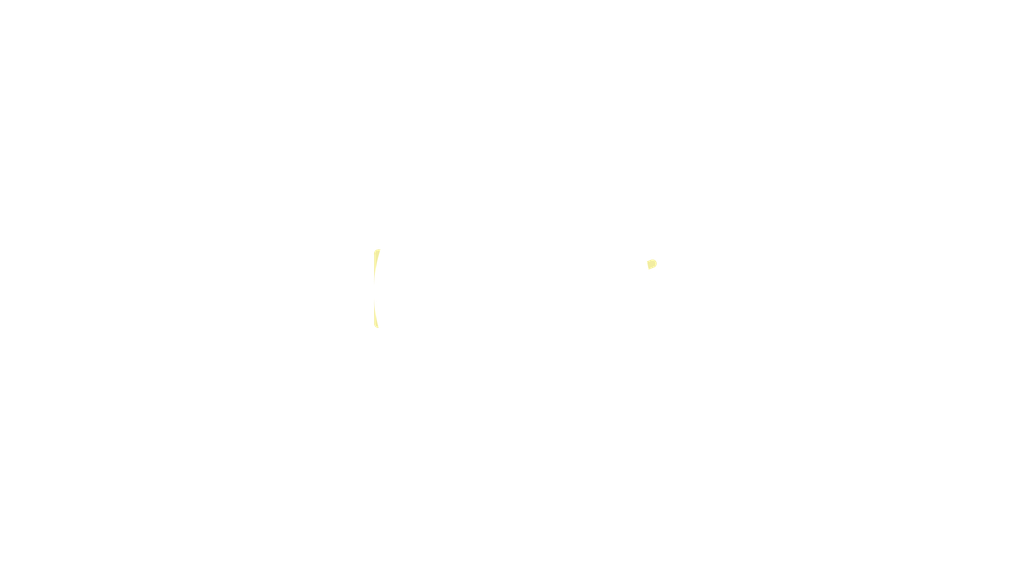
<source format=kicad_pcb>
(kicad_pcb (version 20240108) (generator pcbnew)
  (layers (0 "F.Cu" signal) (31 "B.Cu" signal) (34 "B.Paste" user) (35 "F.Paste" user) (36 "B.SilkS" user "B.Silkscreen") (37 "F.SilkS" user "F.Silkscreen") (38 "B.Mask" user) (39 "F.Mask" user) (44 "Edge.Cuts" user))
  (net 0 "")
  (footprint "MountingHole_5mm" (layer "F.Cu") (at 0 0)
    (property "Reference" "REF**")
    (property "Value" "MountingHole_5mm")
    (pad "" np_thru_hole circle (at 0 0) (size 5 5) (drill 5) (layers *.Cu *.Mask))
  )
)
</source>
